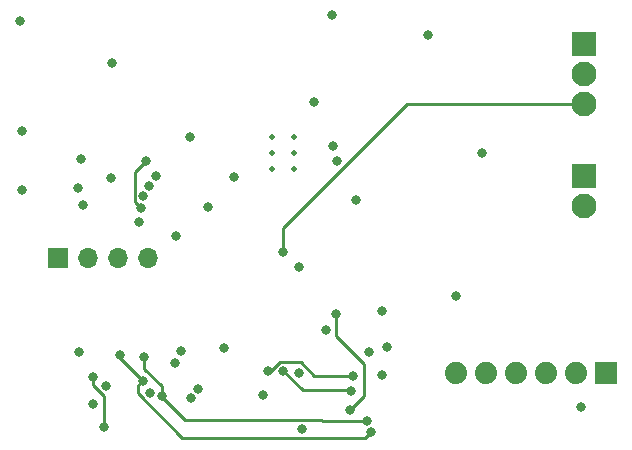
<source format=gbr>
%TF.GenerationSoftware,KiCad,Pcbnew,6.0.11-2627ca5db0~126~ubuntu22.04.1*%
%TF.CreationDate,2023-02-20T01:23:50-05:00*%
%TF.ProjectId,lin-pump-control,6c696e2d-7075-46d7-902d-636f6e74726f,1.0*%
%TF.SameCoordinates,Original*%
%TF.FileFunction,Copper,L2,Inr*%
%TF.FilePolarity,Positive*%
%FSLAX46Y46*%
G04 Gerber Fmt 4.6, Leading zero omitted, Abs format (unit mm)*
G04 Created by KiCad (PCBNEW 6.0.11-2627ca5db0~126~ubuntu22.04.1) date 2023-02-20 01:23:50*
%MOMM*%
%LPD*%
G01*
G04 APERTURE LIST*
%TA.AperFunction,ComponentPad*%
%ADD10C,0.500000*%
%TD*%
%TA.AperFunction,ComponentPad*%
%ADD11R,2.100000X2.100000*%
%TD*%
%TA.AperFunction,ComponentPad*%
%ADD12C,2.100000*%
%TD*%
%TA.AperFunction,ComponentPad*%
%ADD13R,1.700000X1.700000*%
%TD*%
%TA.AperFunction,ComponentPad*%
%ADD14O,1.700000X1.700000*%
%TD*%
%TA.AperFunction,ComponentPad*%
%ADD15R,1.879600X1.879600*%
%TD*%
%TA.AperFunction,ComponentPad*%
%ADD16C,1.879600*%
%TD*%
%TA.AperFunction,ViaPad*%
%ADD17C,0.800000*%
%TD*%
%TA.AperFunction,Conductor*%
%ADD18C,0.250000*%
%TD*%
G04 APERTURE END LIST*
D10*
%TO.N,GND*%
%TO.C,U5*%
X200150000Y-71850000D03*
X198250000Y-73200000D03*
X198250000Y-74550000D03*
X200150000Y-73200000D03*
X200150000Y-74550000D03*
X198250000Y-71850000D03*
%TD*%
D11*
%TO.N,PUMP+*%
%TO.C,J4*%
X224700000Y-75125000D03*
D12*
%TO.N,GND*%
X224700000Y-77665000D03*
%TD*%
D13*
%TO.N,GND*%
%TO.C,J2*%
X180150000Y-82100000D03*
D14*
%TO.N,+5V*%
X182690000Y-82100000D03*
%TO.N,SDA5V*%
X185230000Y-82100000D03*
%TO.N,SCL5V*%
X187770000Y-82100000D03*
%TD*%
D11*
%TO.N,+BATT*%
%TO.C,J3*%
X224700000Y-64000000D03*
D12*
%TO.N,GND*%
X224700000Y-66540000D03*
%TO.N,LIN*%
X224700000Y-69080000D03*
%TD*%
D15*
%TO.N,GND*%
%TO.C,J1*%
X226520000Y-91800000D03*
D16*
%TO.N,unconnected-(J1-Pad2)*%
X223980000Y-91800000D03*
%TO.N,Net-(J1-Pad3)*%
X221440000Y-91800000D03*
%TO.N,Net-(J1-Pad4)*%
X218900000Y-91800000D03*
%TO.N,UPDI*%
X216360000Y-91800000D03*
%TO.N,unconnected-(J1-Pad6)*%
X213820000Y-91800000D03*
%TD*%
D17*
%TO.N,GND*%
X216000000Y-73225000D03*
X213850000Y-85300000D03*
%TO.N,+3V3*%
X208025000Y-89600000D03*
%TO.N,GND*%
X211450000Y-63225000D03*
X184652903Y-75302969D03*
X203300000Y-61500000D03*
X177100000Y-71300000D03*
X205400000Y-77200000D03*
X176900000Y-62050000D03*
X177125000Y-76350000D03*
X207550000Y-91950000D03*
X183100000Y-94450000D03*
X200500000Y-82850000D03*
X187000000Y-79000000D03*
X207600000Y-86525000D03*
X206500000Y-90050000D03*
%TO.N,Net-(C5-Pad1)*%
X203435000Y-72565000D03*
X201800000Y-68900000D03*
%TO.N,LIN*%
X199200000Y-81575000D03*
%TO.N,TXD*%
X200800000Y-96575000D03*
X200550000Y-91800000D03*
%TO.N,~{LIN_SLP}*%
X197950000Y-91675000D03*
X205075000Y-92075000D03*
%TO.N,~{LIN_WAKE}*%
X204925000Y-93300000D03*
X199225000Y-91625000D03*
%TO.N,Net-(C6-Pad2)*%
X191325000Y-71800000D03*
%TO.N,Net-(C7-Pad1)*%
X187200000Y-77875000D03*
X187625000Y-73825500D03*
%TO.N,Net-(C7-Pad2)*%
X181812000Y-76162529D03*
%TO.N,Net-(C8-Pad1)*%
X182075000Y-73725000D03*
%TO.N,Net-(C8-Pad2)*%
X188425000Y-75100000D03*
%TO.N,SDA3V*%
X187300000Y-92450000D03*
X206675000Y-96775000D03*
X185425000Y-90325000D03*
%TO.N,SCL3V*%
X206290576Y-95852382D03*
X187450000Y-90425000D03*
X188918398Y-93779600D03*
%TO.N,+3V3*%
X194225000Y-89700000D03*
X197475000Y-93675000D03*
X192850000Y-77800000D03*
X184750000Y-65600000D03*
X190050000Y-90950000D03*
X202850000Y-88175000D03*
X187809929Y-75950089D03*
X192025000Y-93200000D03*
X224425000Y-94725000D03*
X181950000Y-90050000D03*
X190150000Y-80175000D03*
X190550000Y-89975000D03*
X182225000Y-77625000D03*
%TO.N,Net-(R5-Pad1)*%
X204875000Y-94975000D03*
X203700000Y-86825000D03*
%TO.N,Net-(R11-Pad2)*%
X187374999Y-76850001D03*
%TO.N,Net-(R13-Pad2)*%
X203735000Y-73835000D03*
%TO.N,Net-(R17-Pad2)*%
X195000000Y-75200000D03*
%TO.N,Net-(JP2-Pad2)*%
X191362756Y-93948624D03*
%TO.N,Net-(JP3-Pad2)*%
X187887299Y-93487701D03*
%TO.N,Net-(JP4-Pad2)*%
X184175000Y-92899500D03*
%TO.N,Net-(JP5-Pad2)*%
X184049695Y-96425000D03*
X183075000Y-92150000D03*
%TD*%
D18*
%TO.N,LIN*%
X209645000Y-69080000D02*
X224700000Y-69080000D01*
X199200000Y-79525000D02*
X209645000Y-69080000D01*
X199200000Y-81575000D02*
X199200000Y-79525000D01*
%TO.N,~{LIN_SLP}*%
X200675305Y-90900000D02*
X201825305Y-92050000D01*
X205050000Y-92050000D02*
X205075000Y-92075000D01*
X201825305Y-92050000D02*
X205050000Y-92050000D01*
X198924695Y-90900000D02*
X200675305Y-90900000D01*
X197950000Y-91675000D02*
X198149695Y-91675000D01*
X198149695Y-91675000D02*
X198924695Y-90900000D01*
%TO.N,~{LIN_WAKE}*%
X200875000Y-93275000D02*
X204900000Y-93275000D01*
X199225000Y-91625000D02*
X200875000Y-93275000D01*
X204900000Y-93275000D02*
X204925000Y-93300000D01*
%TO.N,Net-(C7-Pad1)*%
X186649999Y-77324999D02*
X187200000Y-77875000D01*
X187625000Y-73825500D02*
X186649999Y-74800501D01*
X186649999Y-74800501D02*
X186649999Y-77324999D01*
%TO.N,SDA3V*%
X187275000Y-92425000D02*
X185425000Y-90575000D01*
X206150000Y-97300000D02*
X206675000Y-96775000D01*
X185425000Y-90575000D02*
X185425000Y-90325000D01*
X186925000Y-93550000D02*
X190675000Y-97300000D01*
X187300000Y-92450000D02*
X186925000Y-92825000D01*
X190675000Y-97300000D02*
X206150000Y-97300000D01*
X187325000Y-92425000D02*
X187275000Y-92425000D01*
X186925000Y-92825000D02*
X186925000Y-93550000D01*
%TO.N,SCL3V*%
X188918398Y-93818398D02*
X188918398Y-93779600D01*
X202500000Y-95825000D02*
X190925000Y-95825000D01*
X206290576Y-95852382D02*
X202527382Y-95852382D01*
X190925000Y-95825000D02*
X188918398Y-93818398D01*
X202527382Y-95852382D02*
X202500000Y-95825000D01*
X188918398Y-92918398D02*
X187450000Y-91450000D01*
X187450000Y-91450000D02*
X187450000Y-90425000D01*
X188918398Y-93779600D02*
X188918398Y-92918398D01*
%TO.N,Net-(R5-Pad1)*%
X203700000Y-88675000D02*
X203700000Y-86825000D01*
X206050000Y-91025000D02*
X203700000Y-88675000D01*
X204875000Y-94975000D02*
X206050000Y-93800000D01*
X206050000Y-93800000D02*
X206050000Y-91025000D01*
%TO.N,Net-(JP5-Pad2)*%
X184049695Y-93799500D02*
X183075000Y-92824805D01*
X183075000Y-92824805D02*
X183075000Y-92150000D01*
X184049695Y-96425000D02*
X184049695Y-93799500D01*
%TD*%
M02*

</source>
